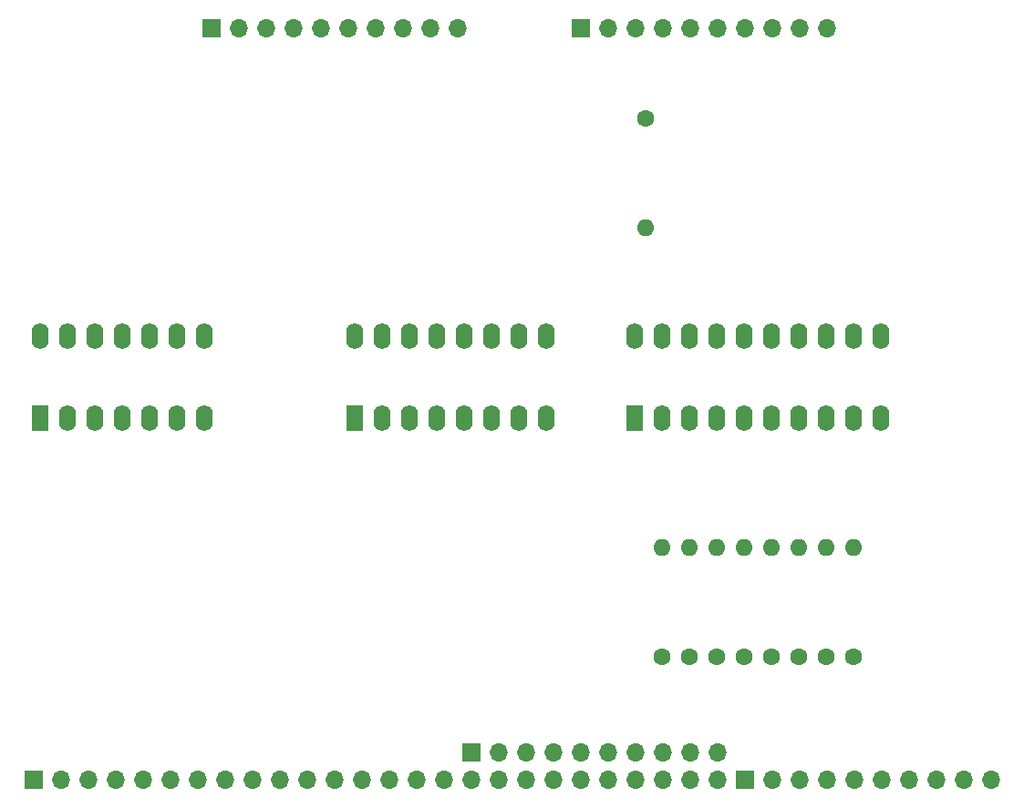
<source format=gbr>
%TF.GenerationSoftware,KiCad,Pcbnew,6.0.11+dfsg-1*%
%TF.CreationDate,2025-10-31T09:44:41+01:00*%
%TF.ProjectId,basematrice,62617365-6d61-4747-9269-63652e6b6963,rev?*%
%TF.SameCoordinates,Original*%
%TF.FileFunction,Soldermask,Bot*%
%TF.FilePolarity,Negative*%
%FSLAX46Y46*%
G04 Gerber Fmt 4.6, Leading zero omitted, Abs format (unit mm)*
G04 Created by KiCad (PCBNEW 6.0.11+dfsg-1) date 2025-10-31 09:44:41*
%MOMM*%
%LPD*%
G01*
G04 APERTURE LIST*
%ADD10R,1.600000X2.400000*%
%ADD11O,1.600000X2.400000*%
%ADD12R,1.700000X1.700000*%
%ADD13O,1.700000X1.700000*%
%ADD14C,1.600000*%
%ADD15O,1.600000X1.600000*%
G04 APERTURE END LIST*
D10*
%TO.C,74hc32*%
X97150000Y-100980000D03*
D11*
X99690000Y-100980000D03*
X102230000Y-100980000D03*
X104770000Y-100980000D03*
X107310000Y-100980000D03*
X109850000Y-100980000D03*
X112390000Y-100980000D03*
X112390000Y-93360000D03*
X109850000Y-93360000D03*
X107310000Y-93360000D03*
X104770000Y-93360000D03*
X102230000Y-93360000D03*
X99690000Y-93360000D03*
X97150000Y-93360000D03*
%TD*%
D12*
%TO.C,REF\u002A\u002A*%
X96550000Y-134600000D03*
D13*
X99090000Y-134600000D03*
X101630000Y-134600000D03*
X104170000Y-134600000D03*
X106710000Y-134600000D03*
X109250000Y-134600000D03*
X111790000Y-134600000D03*
X114330000Y-134600000D03*
X116870000Y-134600000D03*
X119410000Y-134600000D03*
X121950000Y-134600000D03*
X124490000Y-134600000D03*
X127030000Y-134600000D03*
X129570000Y-134600000D03*
X132110000Y-134600000D03*
X134650000Y-134600000D03*
%TD*%
D14*
%TO.C,10k*%
X165100000Y-123190000D03*
D15*
X165100000Y-113030000D03*
%TD*%
D14*
%TO.C,1k*%
X153416000Y-73152000D03*
D15*
X153416000Y-83312000D03*
%TD*%
D12*
%TO.C,REF\u002A\u002A*%
X113060000Y-64745000D03*
D13*
X115600000Y-64745000D03*
X118140000Y-64745000D03*
X120680000Y-64745000D03*
X123220000Y-64745000D03*
X125760000Y-64745000D03*
X128300000Y-64745000D03*
X130840000Y-64745000D03*
X133380000Y-64745000D03*
X135920000Y-64745000D03*
%TD*%
D14*
%TO.C,10k*%
X154940000Y-123190000D03*
D15*
X154940000Y-113030000D03*
%TD*%
D14*
%TO.C,10k*%
X167640000Y-123190000D03*
D15*
X167640000Y-113030000D03*
%TD*%
D10*
%TO.C,74hc245*%
X152400000Y-100965000D03*
D11*
X154940000Y-100965000D03*
X157480000Y-100965000D03*
X160020000Y-100965000D03*
X162560000Y-100965000D03*
X165100000Y-100965000D03*
X167640000Y-100965000D03*
X170180000Y-100965000D03*
X172720000Y-100965000D03*
X175260000Y-100965000D03*
X175260000Y-93345000D03*
X172720000Y-93345000D03*
X170180000Y-93345000D03*
X167640000Y-93345000D03*
X165100000Y-93345000D03*
X162560000Y-93345000D03*
X160020000Y-93345000D03*
X157480000Y-93345000D03*
X154940000Y-93345000D03*
X152400000Y-93345000D03*
%TD*%
D14*
%TO.C,10k*%
X162560000Y-123190000D03*
D15*
X162560000Y-113030000D03*
%TD*%
D12*
%TO.C,REF\u002A\u002A*%
X162590000Y-134600000D03*
D13*
X165130000Y-134600000D03*
X167670000Y-134600000D03*
X170210000Y-134600000D03*
X172750000Y-134600000D03*
X175290000Y-134600000D03*
X177830000Y-134600000D03*
X180370000Y-134600000D03*
X182910000Y-134600000D03*
X185450000Y-134600000D03*
%TD*%
D10*
%TO.C,74hc42*%
X126380000Y-100980000D03*
D11*
X128920000Y-100980000D03*
X131460000Y-100980000D03*
X134000000Y-100980000D03*
X136540000Y-100980000D03*
X139080000Y-100980000D03*
X141620000Y-100980000D03*
X144160000Y-100980000D03*
X144160000Y-93360000D03*
X141620000Y-93360000D03*
X139080000Y-93360000D03*
X136540000Y-93360000D03*
X134000000Y-93360000D03*
X131460000Y-93360000D03*
X128920000Y-93360000D03*
X126380000Y-93360000D03*
%TD*%
D14*
%TO.C,10k*%
X160020000Y-123190000D03*
D15*
X160020000Y-113030000D03*
%TD*%
D14*
%TO.C,10k*%
X157480000Y-123190000D03*
D15*
X157480000Y-113030000D03*
%TD*%
D14*
%TO.C,10k*%
X172720000Y-123190000D03*
D15*
X172720000Y-113030000D03*
%TD*%
D14*
%TO.C,10k*%
X170180000Y-123190000D03*
D15*
X170180000Y-113030000D03*
%TD*%
D12*
%TO.C,REF\u002A\u002A*%
X147350000Y-64745000D03*
D13*
X149890000Y-64745000D03*
X152430000Y-64745000D03*
X154970000Y-64745000D03*
X157510000Y-64745000D03*
X160050000Y-64745000D03*
X162590000Y-64745000D03*
X165130000Y-64745000D03*
X167670000Y-64745000D03*
X170210000Y-64745000D03*
%TD*%
D12*
%TO.C,REF\u002A\u002A*%
X137190000Y-132060000D03*
D13*
X137190000Y-134600000D03*
X139730000Y-132060000D03*
X139730000Y-134600000D03*
X142270000Y-132060000D03*
X142270000Y-134600000D03*
X144810000Y-132060000D03*
X144810000Y-134600000D03*
X147350000Y-132060000D03*
X147350000Y-134600000D03*
X149890000Y-132060000D03*
X149890000Y-134600000D03*
X152430000Y-132060000D03*
X152430000Y-134600000D03*
X154970000Y-132060000D03*
X154970000Y-134600000D03*
X157510000Y-132060000D03*
X157510000Y-134600000D03*
X160050000Y-132060000D03*
X160050000Y-134600000D03*
%TD*%
M02*

</source>
